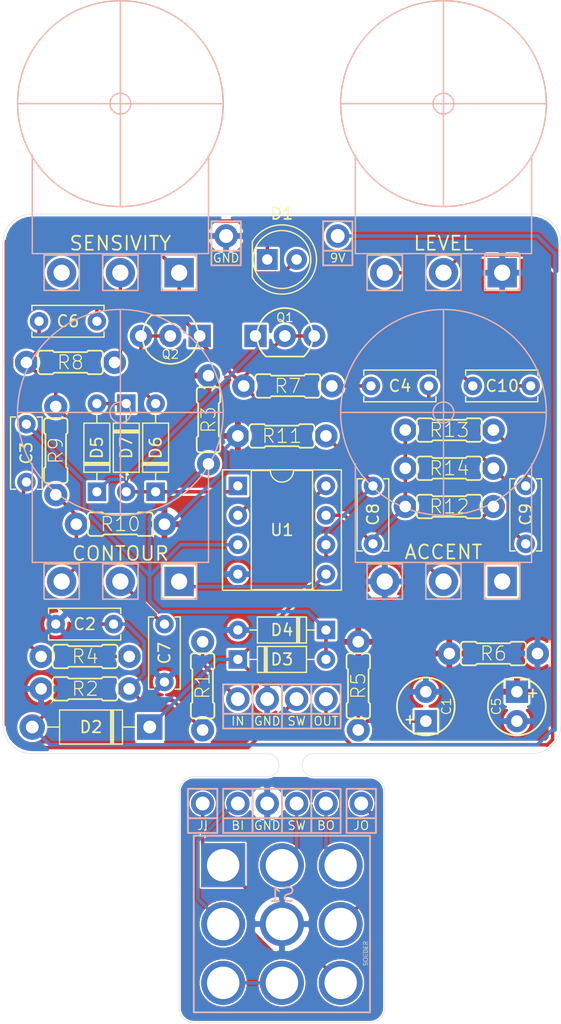
<source format=kicad_pcb>
(kicad_pcb (version 20171130) (host pcbnew "(5.1.6-0-10_14)")
  (layers (0 Front signal) (31 Back signal) (34 B.Paste user) (35 F.Paste user) (36 B.SilkS user) (37 F.SilkS user) (38 B.Mask user) (39 F.Mask user) (44 Edge.Cuts user))
  (net 0 "")
  (net 1 GND)
  (net 2 "Net-(ACCENT1-Pad2)")
  (net 3 "Net-(ACCENT1-Pad1)")
  (net 4 VCC)
  (net 5 "Net-(C2-Pad1)")
  (net 6 "Net-(C3-Pad1)")
  (net 7 "Net-(C4-Pad1)")
  (net 8 VREF)
  (net 9 "Net-(C6-Pad2)")
  (net 10 "Net-(C6-Pad1)")
  (net 11 "Net-(C7-Pad1)")
  (net 12 "Net-(C8-Pad2)")
  (net 13 "Net-(C8-Pad1)")
  (net 14 "Net-(C9-Pad2)")
  (net 15 "Net-(C10-Pad2)")
  (net 16 "Net-(C10-Pad1)")
  (net 17 "Net-(CONTOUR1-Pad3)")
  (net 18 "Net-(CONTOUR1-Pad1)")
  (net 19 "Net-(D1-Pad2)")
  (net 20 "Net-(D1-Pad1)")
  (net 21 "Net-(D5-Pad2)")
  (net 22 "Net-(D5-Pad1)")
  (net 23 "Net-(D6-Pad2)")
  (net 24 "Net-(H1-Pad1)")
  (net 25 "Net-(H5-Pad1)")
  (net 26 "Net-(R8-Pad2)")
  (net 27 "Net-(SENSIVITY1-Pad3)")
  (net 28 "Net-(D2-Pad2)")
  (net 29 "Net-(H7-Pad1)")
  (net 30 GND2)
  (net 31 "Net-(H9-Pad1)")
  (net 32 "Net-(H10-Pad1)")
  (net 33 "Net-(H11-Pad1)")
  (net 34 "Net-(H12-Pad1)")
  (net 35 "Net-(S1-PadP$3)")
  (module SparkFun-Electromechanical:3PDT.LUGS.SPF (layer Front) (at 95.25 140.716)
    (fp_text reference S1 (at 0 -2.54) (layer B.SilkS) (effects (font (size 1.2065 1.2065) (thickness 0.1524)) (justify mirror)))
    (fp_text value SWITCH-3PDT hide)
    (fp_text user SOLDER (at 7.239 2.54 90) (layer F.SilkS) (effects (font (size 0.38608 0.38608) (thickness 0.032512))))
    (fp_text user SWITCH (at 7.239 2.54 270) (layer B.SilkS) (effects (font (size 0.38608 0.38608) (thickness 0.032512)) (justify mirror)))
    (pad P$1 thru_hole rect (at -5.08 -5.08 180) (size 3.816 3.816) (drill 2.8) (layers *.Cu *.Mask) (net 32 "Net-(H10-Pad1)"))
    (pad P$2 thru_hole oval (at -5.08 0 180) (size 3.816 3.816) (drill 2.8) (layers *.Cu *.Mask) (net 29 "Net-(H7-Pad1)"))
    (pad P$3 thru_hole oval (at -5.08 5.08 180) (size 3.816 3.816) (drill 2.8) (layers *.Cu *.Mask) (net 35 "Net-(S1-PadP$3)"))
    (pad P$4 thru_hole oval (at 0 -5.08 180) (size 3.816 3.816) (drill 2.8) (layers *.Cu *.Mask) (net 33 "Net-(H11-Pad1)"))
    (pad P$5 thru_hole oval (at 0 0 180) (size 3.816 3.816) (drill 2.8) (layers *.Cu *.Mask) (net 30 GND2))
    (pad P$6 thru_hole oval (at 0 5.08 180) (size 3.816 3.816) (drill 2.8) (layers *.Cu *.Mask) (net 35 "Net-(S1-PadP$3)"))
    (pad P$7 thru_hole oval (at 5.08 -5.08 180) (size 3.816 3.816) (drill 2.8) (layers *.Cu *.Mask) (net 34 "Net-(H12-Pad1)"))
    (pad P$8 thru_hole oval (at 5.08 0 180) (size 3.816 3.816) (drill 2.8) (layers *.Cu *.Mask) (net 31 "Net-(H9-Pad1)"))
    (pad P$9 thru_hole oval (at 5.08 5.08 180) (size 3.816 3.816) (drill 2.8) (layers *.Cu *.Mask) (net 32 "Net-(H10-Pad1)"))
  )
  (module supply_pins:PAD1 (layer Front) (at 99.06 130.302)
    (fp_text reference H12 hide)
    (fp_text value BO (at 0 1.905) (layer F.SilkS) (effects (font (size 0.75 0.75) (thickness 0.1))))
    (pad 1 thru_hole oval (at 0 0) (size 2.032 2.032) (drill 1.2) (layers *.Cu *.Mask) (net 34 "Net-(H12-Pad1)"))
  )
  (module supply_pins:PAD1 (layer Front) (at 96.52 130.302)
    (fp_text reference H11 hide)
    (fp_text value SW (at 0 1.905) (layer F.SilkS) (effects (font (size 0.75 0.75) (thickness 0.1))))
    (pad 1 thru_hole oval (at 0 0) (size 2.032 2.032) (drill 1.2) (layers *.Cu *.Mask) (net 33 "Net-(H11-Pad1)"))
  )
  (module supply_pins:PAD1 (layer Front) (at 88.392 130.302)
    (fp_text reference H10 hide)
    (fp_text value JI (at 0 1.905) (layer F.SilkS) (effects (font (size 0.75 0.75) (thickness 0.1))))
    (pad 1 thru_hole oval (at 0 0) (size 2.032 2.032) (drill 1.2) (layers *.Cu *.Mask) (net 32 "Net-(H10-Pad1)"))
  )
  (module supply_pins:PAD1 (layer Front) (at 102.108 130.302)
    (fp_text reference H9 hide)
    (fp_text value JO (at 0 1.905) (layer F.SilkS) (effects (font (size 0.75 0.75) (thickness 0.1))))
    (pad 1 thru_hole oval (at 0 0) (size 2.032 2.032) (drill 1.2) (layers *.Cu *.Mask) (net 31 "Net-(H9-Pad1)"))
  )
  (module supply_pins:PAD1 (layer Front) (at 93.98 130.302)
    (fp_text reference H8 hide)
    (fp_text value GND (at 0 1.905) (layer F.SilkS) (effects (font (size 0.75 0.75) (thickness 0.1))))
    (pad 1 thru_hole oval (at 0 0) (size 2.032 2.032) (drill 1.2) (layers *.Cu *.Mask) (net 30 GND2))
  )
  (module supply_pins:PAD1 (layer Front) (at 91.44 130.302)
    (fp_text reference H7 hide)
    (fp_text value BI (at 0 1.905) (layer F.SilkS) (effects (font (size 0.75 0.75) (thickness 0.1))))
    (pad 1 thru_hole oval (at 0 0) (size 2.032 2.032) (drill 1.2) (layers *.Cu *.Mask) (net 29 "Net-(H7-Pad1)"))
  )
  (module transistors-FET:TO92 (layer Front) (at 85.598 89.916 180)
    (fp_text reference Q2 (at 0 -1.5875) (layer F.SilkS) (effects (font (size 0.75 0.75) (thickness 0.1))))
    (fp_text value 2N7000 hide)
    (pad 1 thru_hole rect (at -2.54 0 180) (size 1.9304 1.9304) (drill 1) (layers *.Cu *.Mask) (net 9 "Net-(C6-Pad2)"))
    (pad 2 thru_hole oval (at 0 0 180) (size 1.9304 1.9304) (drill 1) (layers *.Cu *.Mask) (net 23 "Net-(D6-Pad2)"))
    (pad 3 thru_hole oval (at 2.54 0 180) (size 1.9304 1.9304) (drill 1) (layers *.Cu *.Mask) (net 23 "Net-(D6-Pad2)"))
  )
  (module transistors-FET:TO92 (layer Front) (at 95.504 89.916)
    (fp_text reference Q1 (at 0 -1.5875) (layer F.SilkS) (effects (font (size 0.75 0.75) (thickness 0.1))))
    (fp_text value 2N7000 hide)
    (pad 1 thru_hole rect (at -2.54 0) (size 1.9304 1.9304) (drill 1) (layers *.Cu *.Mask) (net 22 "Net-(D5-Pad1)"))
    (pad 2 thru_hole oval (at 0 0) (size 1.9304 1.9304) (drill 1) (layers *.Cu *.Mask) (net 9 "Net-(C6-Pad2)"))
    (pad 3 thru_hole oval (at 2.54 0) (size 1.9304 1.9304) (drill 1) (layers *.Cu *.Mask) (net 9 "Net-(C6-Pad2)"))
  )
  (module potentiometers:16MM_B.MOUNT (layer Front) (at 109.22 111.125)
    (fp_text reference ACCENT (at 0 -2.54) (layer F.SilkS) (effects (font (size 1.2065 1.2065) (thickness 0.1524))))
    (fp_text value B10K hide)
    (pad 3 thru_hole oval (at -5.08 0 180) (size 2.54 2.54) (drill 1.4) (layers *.Cu *.Mask) (net 1 GND))
    (pad 2 thru_hole oval (at 0 0 180) (size 2.54 2.54) (drill 1.4) (layers *.Cu *.Mask) (net 2 "Net-(ACCENT1-Pad2)"))
    (pad 1 thru_hole rect (at 5.08 0 180) (size 2.54 2.54) (drill 1.4) (layers *.Cu *.Mask) (net 3 "Net-(ACCENT1-Pad1)"))
  )
  (module potentiometers:16MM_B.MOUNT (layer Front) (at 81.28 84.455)
    (fp_text reference SENSIVITY (at 0 -2.54) (layer F.SilkS) (effects (font (size 1.2065 1.2065) (thickness 0.1524))))
    (fp_text value A1M hide)
    (pad 3 thru_hole oval (at -5.08 0 180) (size 2.54 2.54) (drill 1.4) (layers *.Cu *.Mask) (net 27 "Net-(SENSIVITY1-Pad3)"))
    (pad 2 thru_hole oval (at 0 0 180) (size 2.54 2.54) (drill 1.4) (layers *.Cu *.Mask) (net 26 "Net-(R8-Pad2)"))
    (pad 1 thru_hole rect (at 5.08 0 180) (size 2.54 2.54) (drill 1.4) (layers *.Cu *.Mask) (net 9 "Net-(C6-Pad2)"))
  )
  (module Package_DIP:DIP-8_W7.62mm_Socket (layer Front) (at 91.44 102.87)
    (fp_text reference U1 (at 3.81 3.81) (layer F.SilkS))
    (fp_text value TLC2272 hide)
    (pad 8 thru_hole oval (at 7.62 0) (size 1.6 1.6) (drill 0.8) (layers *.Cu *.Mask) (net 4 VCC))
    (pad 4 thru_hole oval (at 0 7.62) (size 1.6 1.6) (drill 0.8) (layers *.Cu *.Mask) (net 1 GND))
    (pad 7 thru_hole oval (at 7.62 2.54) (size 1.6 1.6) (drill 0.8) (layers *.Cu *.Mask) (net 13 "Net-(C8-Pad1)"))
    (pad 3 thru_hole oval (at 0 5.08) (size 1.6 1.6) (drill 0.8) (layers *.Cu *.Mask) (net 6 "Net-(C3-Pad1)"))
    (pad 6 thru_hole oval (at 7.62 5.08) (size 1.6 1.6) (drill 0.8) (layers *.Cu *.Mask) (net 12 "Net-(C8-Pad2)"))
    (pad 2 thru_hole oval (at 0 2.54) (size 1.6 1.6) (drill 0.8) (layers *.Cu *.Mask) (net 9 "Net-(C6-Pad2)"))
    (pad 5 thru_hole oval (at 7.62 7.62) (size 1.6 1.6) (drill 0.8) (layers *.Cu *.Mask) (net 18 "Net-(CONTOUR1-Pad1)"))
    (pad 1 thru_hole rect (at 0 0) (size 1.6 1.6) (drill 0.8) (layers *.Cu *.Mask) (net 10 "Net-(C6-Pad1)"))
  )
  (module resistors:0.3%22.B (layer Front) (at 109.728 101.346 180)
    (fp_text reference R14 (at 0 0) (layer F.SilkS) (effects (font (size 1.2065 1.2065) (thickness 0.1016))))
    (fp_text value 1k hide)
    (pad 2 thru_hole oval (at 3.81 0 180) (size 2 2) (drill 1) (layers *.Cu *.Mask) (net 13 "Net-(C8-Pad1)"))
    (pad 1 thru_hole oval (at -3.81 0 180) (size 2 2) (drill 1) (layers *.Cu *.Mask) (net 15 "Net-(C10-Pad2)"))
  )
  (module resistors:0.3%22.B (layer Front) (at 109.728 98.044 180)
    (fp_text reference R13 (at 0 0) (layer F.SilkS) (effects (font (size 1.2065 1.2065) (thickness 0.1016))))
    (fp_text value 56k hide)
    (pad 2 thru_hole oval (at 3.81 0 180) (size 2 2) (drill 1) (layers *.Cu *.Mask) (net 13 "Net-(C8-Pad1)"))
    (pad 1 thru_hole oval (at -3.81 0 180) (size 2 2) (drill 1) (layers *.Cu *.Mask) (net 14 "Net-(C9-Pad2)"))
  )
  (module resistors:0.3%22.B (layer Front) (at 109.728 104.648)
    (fp_text reference R12 (at 0 0) (layer F.SilkS) (effects (font (size 1.2065 1.2065) (thickness 0.1016))))
    (fp_text value 10k hide)
    (pad 2 thru_hole oval (at 3.81 0) (size 2 2) (drill 1) (layers *.Cu *.Mask) (net 12 "Net-(C8-Pad2)"))
    (pad 1 thru_hole oval (at -3.81 0) (size 2 2) (drill 1) (layers *.Cu *.Mask) (net 13 "Net-(C8-Pad1)"))
  )
  (module resistors:0.3%22.B (layer Front) (at 95.25 98.552 180)
    (fp_text reference R11 (at 0 0) (layer F.SilkS) (effects (font (size 1.2065 1.2065) (thickness 0.1016))))
    (fp_text value 18k hide)
    (pad 2 thru_hole oval (at 3.81 0 180) (size 2 2) (drill 1) (layers *.Cu *.Mask) (net 8 VREF))
    (pad 1 thru_hole oval (at -3.81 0 180) (size 2 2) (drill 1) (layers *.Cu *.Mask) (net 12 "Net-(C8-Pad2)"))
  )
  (module resistors:0.3%22.B (layer Front) (at 81.28 106.172 180)
    (fp_text reference R10 (at 0 0) (layer F.SilkS) (effects (font (size 1.2065 1.2065) (thickness 0.1016))))
    (fp_text value 22k hide)
    (pad 2 thru_hole oval (at 3.81 0 180) (size 2 2) (drill 1) (layers *.Cu *.Mask) (net 17 "Net-(CONTOUR1-Pad3)"))
    (pad 1 thru_hole oval (at -3.81 0 180) (size 2 2) (drill 1) (layers *.Cu *.Mask) (net 8 VREF))
  )
  (module resistors:0.3%22.B (layer Front) (at 75.692 99.822 90)
    (fp_text reference R9 (at 0 0 90) (layer F.SilkS) (effects (font (size 1.2065 1.2065) (thickness 0.1016))))
    (fp_text value 8k2 hide)
    (pad 2 thru_hole oval (at 3.81 0 90) (size 2 2) (drill 1) (layers *.Cu *.Mask) (net 10 "Net-(C6-Pad1)"))
    (pad 1 thru_hole oval (at -3.81 0 90) (size 2 2) (drill 1) (layers *.Cu *.Mask) (net 17 "Net-(CONTOUR1-Pad3)"))
  )
  (module resistors:0.3%22.B (layer Front) (at 76.962 92.202)
    (fp_text reference R8 (at 0 0) (layer F.SilkS) (effects (font (size 1.2065 1.2065) (thickness 0.1016))))
    (fp_text value 820R hide)
    (pad 2 thru_hole oval (at 3.81 0) (size 2 2) (drill 1) (layers *.Cu *.Mask) (net 26 "Net-(R8-Pad2)"))
    (pad 1 thru_hole oval (at -3.81 0) (size 2 2) (drill 1) (layers *.Cu *.Mask) (net 10 "Net-(C6-Pad1)"))
  )
  (module resistors:0.3%22.B (layer Front) (at 95.758 94.234)
    (fp_text reference R7 (at 0 0) (layer F.SilkS) (effects (font (size 1.2065 1.2065) (thickness 0.1016))))
    (fp_text value 820R hide)
    (pad 2 thru_hole oval (at 3.81 0) (size 2 2) (drill 1) (layers *.Cu *.Mask) (net 7 "Net-(C4-Pad1)"))
    (pad 1 thru_hole oval (at -3.81 0) (size 2 2) (drill 1) (layers *.Cu *.Mask) (net 9 "Net-(C6-Pad2)"))
  )
  (module resistors:0.3%22.B (layer Front) (at 113.538 117.348)
    (fp_text reference R6 (at 0 0) (layer F.SilkS) (effects (font (size 1.2065 1.2065) (thickness 0.1016))))
    (fp_text value 10k hide)
    (pad 2 thru_hole oval (at 3.81 0) (size 2 2) (drill 1) (layers *.Cu *.Mask) (net 1 GND))
    (pad 1 thru_hole oval (at -3.81 0) (size 2 2) (drill 1) (layers *.Cu *.Mask) (net 8 VREF))
  )
  (module resistors:0.3%22.B (layer Front) (at 101.854 120.142 90)
    (fp_text reference R5 (at 0 0 90) (layer F.SilkS) (effects (font (size 1.2065 1.2065) (thickness 0.1016))))
    (fp_text value 10k hide)
    (pad 2 thru_hole oval (at 3.81 0 90) (size 2 2) (drill 1) (layers *.Cu *.Mask) (net 8 VREF))
    (pad 1 thru_hole oval (at -3.81 0 90) (size 2 2) (drill 1) (layers *.Cu *.Mask) (net 4 VCC))
  )
  (module resistors:0.3%22.B (layer Front) (at 78.232 117.602 180)
    (fp_text reference R4 (at 0 0 180) (layer F.SilkS) (effects (font (size 1.2065 1.2065) (thickness 0.1016))))
    (fp_text value 4k7 hide)
    (pad 2 thru_hole oval (at 3.81 0 180) (size 2 2) (drill 1) (layers *.Cu *.Mask) (net 19 "Net-(D1-Pad2)"))
    (pad 1 thru_hole oval (at -3.81 0 180) (size 2 2) (drill 1) (layers *.Cu *.Mask) (net 28 "Net-(D2-Pad2)"))
  )
  (module resistors:0.3%22.B (layer Front) (at 88.9 97.155 270)
    (fp_text reference R3 (at 0 0 90) (layer F.SilkS) (effects (font (size 1.2065 1.2065) (thickness 0.1016))))
    (fp_text value 470k hide)
    (pad 2 thru_hole oval (at 3.81 0 270) (size 2 2) (drill 1) (layers *.Cu *.Mask) (net 6 "Net-(C3-Pad1)"))
    (pad 1 thru_hole oval (at -3.81 0 270) (size 2 2) (drill 1) (layers *.Cu *.Mask) (net 8 VREF))
  )
  (module resistors:0.3%22.B (layer Front) (at 78.232 120.396 180)
    (fp_text reference R2 (at 0 0) (layer F.SilkS) (effects (font (size 1.2065 1.2065) (thickness 0.1016))))
    (fp_text value 2M2 hide)
    (pad 2 thru_hole oval (at 3.81 0 180) (size 2 2) (drill 1) (layers *.Cu *.Mask) (net 1 GND))
    (pad 1 thru_hole oval (at -3.81 0 180) (size 2 2) (drill 1) (layers *.Cu *.Mask) (net 5 "Net-(C2-Pad1)"))
  )
  (module resistors:0.3%22.B (layer Front) (at 88.392 120.142 90)
    (fp_text reference R1 (at 0 0 90) (layer F.SilkS) (effects (font (size 1.2065 1.2065) (thickness 0.1016))))
    (fp_text value 33k hide)
    (pad 2 thru_hole oval (at 3.81 0 90) (size 2 2) (drill 1) (layers *.Cu *.Mask) (net 24 "Net-(H1-Pad1)"))
    (pad 1 thru_hole oval (at -3.81 0 90) (size 2 2) (drill 1) (layers *.Cu *.Mask) (net 5 "Net-(C2-Pad1)"))
  )
  (module potentiometers:16MM_B.MOUNT (layer Front) (at 109.22 84.455)
    (fp_text reference LEVEL (at 0 -2.54) (layer F.SilkS) (effects (font (size 1.2065 1.2065) (thickness 0.1524))))
    (fp_text value A100K hide)
    (pad 3 thru_hole oval (at -5.08 0 180) (size 2.54 2.54) (drill 1.4) (layers *.Cu *.Mask) (net 16 "Net-(C10-Pad1)"))
    (pad 2 thru_hole oval (at 0 0 180) (size 2.54 2.54) (drill 1.4) (layers *.Cu *.Mask) (net 25 "Net-(H5-Pad1)"))
    (pad 1 thru_hole rect (at 5.08 0 180) (size 2.54 2.54) (drill 1.4) (layers *.Cu *.Mask) (net 1 GND))
  )
  (module supply_pins:PAD1 (layer Front) (at 93.98 121.285)
    (fp_text reference H6 hide)
    (fp_text value GND (at 0 1.905) (layer F.SilkS) (effects (font (size 0.75 0.75) (thickness 0.1))))
    (pad 1 thru_hole oval (at 0 0) (size 2.032 2.032) (drill 1.2) (layers *.Cu *.Mask) (net 1 GND))
  )
  (module supply_pins:PAD1 (layer Front) (at 99.06 121.285)
    (fp_text reference H5 hide)
    (fp_text value OUT (at 0 1.905) (layer F.SilkS) (effects (font (size 0.75 0.75) (thickness 0.1))))
    (pad 1 thru_hole oval (at 0 0) (size 2.032 2.032) (drill 1.2) (layers *.Cu *.Mask) (net 25 "Net-(H5-Pad1)"))
  )
  (module supply_pins:PAD1 (layer Front) (at 96.52 121.285)
    (fp_text reference H4 hide)
    (fp_text value SW (at 0 1.905) (layer F.SilkS) (effects (font (size 0.75 0.75) (thickness 0.1))))
    (pad 1 thru_hole oval (at 0 0) (size 2.032 2.032) (drill 1.2) (layers *.Cu *.Mask) (net 20 "Net-(D1-Pad1)"))
  )
  (module supply_pins:PAD1 (layer Front) (at 90.424 81.28)
    (fp_text reference H3 hide)
    (fp_text value GND (at 0 1.905) (layer F.SilkS) (effects (font (size 0.75 0.75) (thickness 0.1))))
    (pad 1 thru_hole oval (at 0 0) (size 2.032 2.032) (drill 1.2) (layers *.Cu *.Mask) (net 1 GND))
  )
  (module supply_pins:PAD1 (layer Front) (at 100.076 81.28)
    (fp_text reference H2 hide)
    (fp_text value 9V (at 0 1.905) (layer F.SilkS) (effects (font (size 0.75 0.75) (thickness 0.1))))
    (pad 1 thru_hole oval (at 0 0) (size 2.032 2.032) (drill 1.2) (layers *.Cu *.Mask) (net 28 "Net-(D2-Pad2)"))
  )
  (module supply_pins:PAD1 (layer Front) (at 91.44 121.285)
    (fp_text reference H1 hide)
    (fp_text value IN (at 0 1.905) (layer F.SilkS) (effects (font (size 0.75 0.75) (thickness 0.1))))
    (pad 1 thru_hole oval (at 0 0) (size 2.032 2.032) (drill 1.2) (layers *.Cu *.Mask) (net 24 "Net-(H1-Pad1)"))
  )
  (module Diode_THT:D_DO-35_SOD27_P7.62mm_Horizontal (layer Front) (at 81.788 95.758 270)
    (fp_text reference D7 (at 3.81 0 90) (layer F.SilkS))
    (fp_text value BAT41 hide)
    (pad 2 thru_hole oval (at 7.62 0 270) (size 1.6 1.6) (drill 0.8) (layers *.Cu *.Mask) (net 10 "Net-(C6-Pad1)"))
    (pad 1 thru_hole rect (at 0 0 270) (size 1.6 1.6) (drill 0.8) (layers *.Cu *.Mask) (net 21 "Net-(D5-Pad2)"))
  )
  (module Diode_THT:D_DO-35_SOD27_P7.62mm_Horizontal (layer Front) (at 84.328 103.378 90)
    (fp_text reference D6 (at 3.81 0 90) (layer F.SilkS))
    (fp_text value BAT41 hide)
    (pad 2 thru_hole oval (at 7.62 0 90) (size 1.6 1.6) (drill 0.8) (layers *.Cu *.Mask) (net 23 "Net-(D6-Pad2)"))
    (pad 1 thru_hole rect (at 0 0 90) (size 1.6 1.6) (drill 0.8) (layers *.Cu *.Mask) (net 10 "Net-(C6-Pad1)"))
  )
  (module Diode_THT:D_DO-35_SOD27_P7.62mm_Horizontal (layer Front) (at 79.248 103.378 90)
    (fp_text reference D5 (at 3.81 0 90) (layer F.SilkS))
    (fp_text value BAT41 hide)
    (pad 2 thru_hole oval (at 7.62 0 90) (size 1.6 1.6) (drill 0.8) (layers *.Cu *.Mask) (net 21 "Net-(D5-Pad2)"))
    (pad 1 thru_hole rect (at 0 0 90) (size 1.6 1.6) (drill 0.8) (layers *.Cu *.Mask) (net 22 "Net-(D5-Pad1)"))
  )
  (module Diode_THT:D_DO-35_SOD27_P7.62mm_Horizontal (layer Front) (at 99.06 115.316 180)
    (fp_text reference D4 (at 3.81 0) (layer F.SilkS))
    (fp_text value BAT41 hide)
    (pad 2 thru_hole oval (at 7.62 0 180) (size 1.6 1.6) (drill 0.8) (layers *.Cu *.Mask) (net 1 GND))
    (pad 1 thru_hole rect (at 0 0 180) (size 1.6 1.6) (drill 0.8) (layers *.Cu *.Mask) (net 6 "Net-(C3-Pad1)"))
  )
  (module Diode_THT:D_DO-35_SOD27_P7.62mm_Horizontal (layer Front) (at 91.44 117.856)
    (fp_text reference D3 (at 3.81 0) (layer F.SilkS))
    (fp_text value BAT41 hide)
    (pad 2 thru_hole oval (at 7.62 0) (size 1.6 1.6) (drill 0.8) (layers *.Cu *.Mask) (net 6 "Net-(C3-Pad1)"))
    (pad 1 thru_hole rect (at 0 0) (size 1.6 1.6) (drill 0.8) (layers *.Cu *.Mask) (net 4 VCC))
  )
  (module Diode_THT:D_DO-41_SOD81_P10.16mm_Horizontal (layer Front) (at 83.82 123.698 180)
    (fp_text reference D2 (at 5.08 0) (layer F.SilkS))
    (fp_text value 1N4007 hide)
    (pad 2 thru_hole oval (at 10.16 0 180) (size 2.2 2.2) (drill 1.1) (layers *.Cu *.Mask) (net 28 "Net-(D2-Pad2)"))
    (pad 1 thru_hole rect (at 0 0 180) (size 2.2 2.2) (drill 1.1) (layers *.Cu *.Mask) (net 4 VCC))
  )
  (module LED_THT:LED_D5.0mm (layer Front) (at 93.98 83.312)
    (fp_text reference D1 (at 1.27 -3.96) (layer F.SilkS))
    (fp_text value LED hide)
    (pad 2 thru_hole circle (at 2.54 0) (size 1.8 1.8) (drill 0.9) (layers *.Cu *.Mask) (net 19 "Net-(D1-Pad2)"))
    (pad 1 thru_hole rect (at 0 0) (size 1.8 1.8) (drill 0.9) (layers *.Cu *.Mask) (net 20 "Net-(D1-Pad1)"))
  )
  (module potentiometers:16MM_B.MOUNT (layer Front) (at 81.28 111.125)
    (fp_text reference CONTOUR (at 0 -2.413 180) (layer F.SilkS) (effects (font (size 1.2065 1.2065) (thickness 0.1524))))
    (fp_text value B50K hide)
    (pad 3 thru_hole oval (at -5.08 0 180) (size 2.54 2.54) (drill 1.4) (layers *.Cu *.Mask) (net 17 "Net-(CONTOUR1-Pad3)"))
    (pad 2 thru_hole oval (at 0 0 180) (size 2.54 2.54) (drill 1.4) (layers *.Cu *.Mask) (net 11 "Net-(C7-Pad1)"))
    (pad 1 thru_hole rect (at 5.08 0 180) (size 2.54 2.54) (drill 1.4) (layers *.Cu *.Mask) (net 18 "Net-(CONTOUR1-Pad1)"))
  )
  (module Capacitor_THT:C_Disc_D6.0mm_W2.5mm_P5.00mm (layer Front) (at 111.76 94.234)
    (fp_text reference C10 (at 2.54 0) (layer F.SilkS))
    (fp_text value 100n hide)
    (pad 2 thru_hole circle (at 5 0) (size 1.6 1.6) (drill 0.8) (layers *.Cu *.Mask) (net 15 "Net-(C10-Pad2)"))
    (pad 1 thru_hole circle (at 0 0) (size 1.6 1.6) (drill 0.8) (layers *.Cu *.Mask) (net 16 "Net-(C10-Pad1)"))
  )
  (module Capacitor_THT:C_Disc_D6.0mm_W2.5mm_P5.00mm (layer Front) (at 116.332 107.87 90)
    (fp_text reference C9 (at 2.54 0 90) (layer F.SilkS))
    (fp_text value 1n hide)
    (pad 2 thru_hole circle (at 5 0 90) (size 1.6 1.6) (drill 0.8) (layers *.Cu *.Mask) (net 14 "Net-(C9-Pad2)"))
    (pad 1 thru_hole circle (at 0 0 90) (size 1.6 1.6) (drill 0.8) (layers *.Cu *.Mask) (net 15 "Net-(C10-Pad2)"))
  )
  (module Capacitor_THT:C_Disc_D6.0mm_W2.5mm_P5.00mm (layer Front) (at 103.124 107.87 90)
    (fp_text reference C8 (at 2.54 0 90) (layer F.SilkS))
    (fp_text value 100n hide)
    (pad 2 thru_hole circle (at 5 0 90) (size 1.6 1.6) (drill 0.8) (layers *.Cu *.Mask) (net 12 "Net-(C8-Pad2)"))
    (pad 1 thru_hole circle (at 0 0 90) (size 1.6 1.6) (drill 0.8) (layers *.Cu *.Mask) (net 13 "Net-(C8-Pad1)"))
  )
  (module Capacitor_THT:C_Disc_D6.0mm_W2.5mm_P5.00mm (layer Front) (at 85.09 114.808 270)
    (fp_text reference C7 (at 2.5 0 90) (layer F.SilkS))
    (fp_text value 2n2 hide)
    (pad 2 thru_hole circle (at 5 0 270) (size 1.6 1.6) (drill 0.8) (layers *.Cu *.Mask) (net 1 GND))
    (pad 1 thru_hole circle (at 0 0 270) (size 1.6 1.6) (drill 0.8) (layers *.Cu *.Mask) (net 11 "Net-(C7-Pad1)"))
  )
  (module Capacitor_THT:C_Disc_D6.0mm_W2.5mm_P5.00mm (layer Front) (at 74.248 88.646)
    (fp_text reference C6 (at 2.5 0) (layer F.SilkS))
    (fp_text value 47p hide)
    (pad 2 thru_hole circle (at 5 0) (size 1.6 1.6) (drill 0.8) (layers *.Cu *.Mask) (net 9 "Net-(C6-Pad2)"))
    (pad 1 thru_hole circle (at 0 0) (size 1.6 1.6) (drill 0.8) (layers *.Cu *.Mask) (net 10 "Net-(C6-Pad1)"))
  )
  (module caps-elec:0502 (layer Front) (at 115.57 121.92 270)
    (fp_text reference C5 (at 0 1.778 90) (layer F.SilkS) (effects (font (size 0.77216 0.77216) (thickness 0.097536))))
    (fp_text value 220u hide)
    (pad 2 thru_hole oval (at 1.27 0 270) (size 1.9304 1.9304) (drill 1) (layers *.Cu *.Mask) (net 1 GND))
    (pad 1 thru_hole rect (at -1.27 0 270) (size 1.9304 1.9304) (drill 1) (layers *.Cu *.Mask) (net 8 VREF))
  )
  (module Capacitor_THT:C_Disc_D6.0mm_W2.5mm_P5.00mm (layer Front) (at 102.95 94.234)
    (fp_text reference C4 (at 2.5 0) (layer F.SilkS))
    (fp_text value 270n hide)
    (pad 2 thru_hole circle (at 5 0) (size 1.6 1.6) (drill 0.8) (layers *.Cu *.Mask) (net 2 "Net-(ACCENT1-Pad2)"))
    (pad 1 thru_hole circle (at 0 0) (size 1.6 1.6) (drill 0.8) (layers *.Cu *.Mask) (net 7 "Net-(C4-Pad1)"))
  )
  (module Capacitor_THT:C_Disc_D6.0mm_W2.5mm_P5.00mm (layer Front) (at 73.152 97.536 270)
    (fp_text reference C3 (at 2.5 0 90) (layer F.SilkS))
    (fp_text value 8n2 hide)
    (pad 2 thru_hole circle (at 5 0 270) (size 1.6 1.6) (drill 0.8) (layers *.Cu *.Mask) (net 5 "Net-(C2-Pad1)"))
    (pad 1 thru_hole circle (at 0 0 270) (size 1.6 1.6) (drill 0.8) (layers *.Cu *.Mask) (net 6 "Net-(C3-Pad1)"))
  )
  (module Capacitor_THT:C_Disc_D6.0mm_W2.5mm_P5.00mm (layer Front) (at 80.692 114.808 180)
    (fp_text reference C2 (at 2.5 0) (layer F.SilkS))
    (fp_text value 47p hide)
    (pad 2 thru_hole circle (at 5 0 180) (size 1.6 1.6) (drill 0.8) (layers *.Cu *.Mask) (net 1 GND))
    (pad 1 thru_hole circle (at 0 0 180) (size 1.6 1.6) (drill 0.8) (layers *.Cu *.Mask) (net 5 "Net-(C2-Pad1)"))
  )
  (module caps-elec:0502 (layer Front) (at 107.696 121.92 90)
    (fp_text reference C1 (at 0 1.778 90) (layer F.SilkS) (effects (font (size 0.77216 0.77216) (thickness 0.097536))))
    (fp_text value 220u hide)
    (pad 2 thru_hole oval (at 1.27 0 90) (size 1.9304 1.9304) (drill 1) (layers *.Cu *.Mask) (net 1 GND))
    (pad 1 thru_hole rect (at -1.27 0 90) (size 1.9304 1.9304) (drill 1) (layers *.Cu *.Mask) (net 4 VCC))
  )
  (gr_arc (start 94 127) (end 94 128) (angle -180) (layer Edge.Cuts) (width 0.0381))
  (gr_arc (start 98 127) (end 98 126) (angle -180) (layer Edge.Cuts) (width 0.0381))
  (gr_line (start 98 126) (end 116.84 126) (layer Edge.Cuts) (width 0.0381))
  (gr_line (start 102.87 128) (end 98 128) (layer Edge.Cuts) (width 0.0381))
  (gr_line (start 104.14 147.955) (end 104.14 129.27) (layer Edge.Cuts) (width 0.0381))
  (gr_line (start 87.63 149.225) (end 102.87 149.225) (layer Edge.Cuts) (width 0.0381))
  (gr_line (start 86.36 129.27) (end 86.36 147.955) (layer Edge.Cuts) (width 0.0381))
  (gr_line (start 92.71 126.365) (end 92.71 126.365) (layer Edge.Cuts) (width 0.0381))
  (gr_line (start 87.63 128) (end 94 128) (layer Edge.Cuts) (width 0.0381))
  (gr_line (start 73.66 126) (end 94 126) (layer Edge.Cuts) (width 0.0381))
  (gr_arc (start 87.63 147.955) (end 86.36 147.955) (angle -90) (layer Edge.Cuts) (width 0.0381))
  (gr_arc (start 102.87 147.955) (end 102.87 149.225) (angle -90) (layer Edge.Cuts) (width 0.0381))
  (gr_arc (start 87.63 129.27) (end 87.63 128) (angle -90) (layer Edge.Cuts) (width 0.0381))
  (gr_arc (start 102.87 129.27) (end 104.14 129.27) (angle -90) (layer Edge.Cuts) (width 0.0381))
  (gr_line (start 71.12 81.915) (end 71.12 123.46) (layer Edge.Cuts) (width 0.0381))
  (gr_line (start 119.38 81.915) (end 119.38 123.46) (layer Edge.Cuts) (width 0.0381))
  (gr_line (start 73.66 79.375) (end 116.84 79.375) (layer Edge.Cuts) (width 0.0381))
  (gr_arc (start 116.84 123.46) (end 116.84 126) (angle -90) (layer Edge.Cuts) (width 0.0381))
  (gr_arc (start 73.66 123.46) (end 71.12 123.46) (angle -90) (layer Edge.Cuts) (width 0.0381))
  (gr_arc (start 116.84 81.915) (end 119.38 81.915) (angle -90) (layer Edge.Cuts) (width 0.0381))
  (gr_arc (start 73.66 81.915) (end 73.66 79.375) (angle -90) (layer Edge.Cuts) (width 0.0381))
  (segment (start 107.950001 109.855001) (end 109.22 111.125) (width 0.3) (layer Front) (net 2))
  (segment (start 107.95 94.234) (end 107.950001 109.855001) (width 0.3) (layer Front) (net 2))
  (segment (start 102.616 123.19) (end 101.854 123.952) (width 0.3) (layer Front) (net 4))
  (segment (start 107.696 123.19) (end 102.616 123.19) (width 0.3) (layer Front) (net 4))
  (segment (start 97.982999 111.313001) (end 91.44 117.856) (width 0.3) (layer Front) (net 4))
  (segment (start 97.982999 103.947001) (end 97.982999 111.313001) (width 0.3) (layer Front) (net 4))
  (segment (start 99.06 102.87) (end 97.982999 103.947001) (width 0.3) (layer Front) (net 4))
  (segment (start 89.662 117.856) (end 83.82 123.698) (width 0.3) (layer Back) (net 4))
  (segment (start 91.44 117.856) (end 89.662 117.856) (width 0.3) (layer Back) (net 4))
  (segment (start 93.575999 119.991999) (end 91.44 117.856) (width 0.3) (layer Front) (net 4))
  (segment (start 101.854 122.165358) (end 99.680641 119.991999) (width 0.3) (layer Front) (net 4))
  (segment (start 99.680641 119.991999) (end 93.575999 119.991999) (width 0.3) (layer Front) (net 4))
  (segment (start 101.854 123.952) (end 101.854 122.165358) (width 0.3) (layer Front) (net 4))
  (segment (start 83.041999 121.395999) (end 82.042 120.396) (width 0.3) (layer Front) (net 5))
  (segment (start 85.835999 121.395999) (end 83.041999 121.395999) (width 0.3) (layer Front) (net 5))
  (segment (start 88.392 123.952) (end 85.835999 121.395999) (width 0.3) (layer Front) (net 5))
  (segment (start 80.772 114.808) (end 80.764999 114.815001) (width 0.3) (layer Front) (net 5))
  (segment (start 81.82337 114.808) (end 80.692 114.808) (width 0.3) (layer Back) (net 5))
  (segment (start 83.319001 116.303631) (end 81.82337 114.808) (width 0.3) (layer Back) (net 5))
  (segment (start 83.319001 119.118999) (end 83.319001 116.303631) (width 0.3) (layer Back) (net 5))
  (segment (start 82.042 120.396) (end 83.319001 119.118999) (width 0.3) (layer Back) (net 5))
  (segment (start 77.593438 114.808) (end 80.692 114.808) (width 0.3) (layer Front) (net 5))
  (segment (start 72.898 110.112562) (end 77.593438 114.808) (width 0.3) (layer Front) (net 5))
  (segment (start 72.898 102.536) (end 72.898 110.112562) (width 0.3) (layer Front) (net 5))
  (segment (start 99.06 115.316) (end 99.06 117.856) (width 0.3) (layer Front) (net 6))
  (segment (start 97.474999 113.730999) (end 84.774999 113.730999) (width 0.3) (layer Back) (net 6))
  (segment (start 99.06 115.316) (end 97.474999 113.730999) (width 0.3) (layer Back) (net 6))
  (segment (start 84.774999 113.730999) (end 83.82 112.776) (width 0.3) (layer Back) (net 6))
  (segment (start 86.496398 107.95) (end 91.44 107.95) (width 0.3) (layer Back) (net 6))
  (segment (start 83.82 110.626398) (end 86.496398 107.95) (width 0.3) (layer Back) (net 6))
  (segment (start 83.82 112.776) (end 83.82 110.626398) (width 0.3) (layer Back) (net 6))
  (segment (start 78.170999 104.977397) (end 83.82 110.626398) (width 0.3) (layer Back) (net 6))
  (segment (start 78.170999 102.554999) (end 78.170999 104.977397) (width 0.3) (layer Back) (net 6))
  (segment (start 73.152 97.536) (end 78.170999 102.554999) (width 0.3) (layer Back) (net 6))
  (segment (start 83.812999 105.559039) (end 83.812999 110.619397) (width 0.3) (layer Back) (net 6))
  (segment (start 84.477039 104.894999) (end 83.812999 105.559039) (width 0.3) (layer Back) (net 6))
  (segment (start 84.970001 104.894999) (end 84.477039 104.894999) (width 0.3) (layer Back) (net 6))
  (segment (start 83.812999 110.619397) (end 83.82 110.626398) (width 0.3) (layer Back) (net 6))
  (segment (start 88.9 100.965) (end 84.970001 104.894999) (width 0.3) (layer Back) (net 6))
  (segment (start 99.568 94.234) (end 102.95 94.234) (width 0.3) (layer Front) (net 7))
  (segment (start 91.44 95.885) (end 88.9 93.345) (width 0.3) (layer Front) (net 8))
  (segment (start 91.44 98.552) (end 91.44 95.885) (width 0.3) (layer Front) (net 8))
  (segment (start 85.582962 106.172) (end 85.09 106.172) (width 0.3) (layer Back) (net 8))
  (segment (start 90.362999 99.629001) (end 90.362999 101.391963) (width 0.3) (layer Back) (net 8))
  (segment (start 90.362999 101.391963) (end 85.582962 106.172) (width 0.3) (layer Back) (net 8))
  (segment (start 91.44 98.552) (end 90.362999 99.629001) (width 0.3) (layer Back) (net 8))
  (segment (start 95.504 89.916) (end 98.044 89.916) (width 0.3) (layer Front) (net 9))
  (segment (start 92.947999 103.902001) (end 91.44 105.41) (width 0.3) (layer Front) (net 9))
  (segment (start 92.947999 95.233999) (end 92.947999 103.902001) (width 0.3) (layer Front) (net 9))
  (segment (start 91.948 94.234) (end 92.947999 95.233999) (width 0.3) (layer Front) (net 9))
  (segment (start 86.36 88.138) (end 88.138 89.916) (width 0.3) (layer Front) (net 9))
  (segment (start 86.36 84.455) (end 86.36 88.138) (width 0.3) (layer Front) (net 9))
  (segment (start 84.812999 82.907999) (end 86.36 84.455) (width 0.3) (layer Front) (net 9))
  (segment (start 80.537439 82.907999) (end 84.812999 82.907999) (width 0.3) (layer Front) (net 9))
  (segment (start 79.248 84.197438) (end 80.537439 82.907999) (width 0.3) (layer Front) (net 9))
  (segment (start 79.248 88.646) (end 79.248 84.197438) (width 0.3) (layer Front) (net 9))
  (segment (start 88.138 90.424) (end 91.948 94.234) (width 0.3) (layer Front) (net 9))
  (segment (start 88.138 89.916) (end 88.138 90.424) (width 0.3) (layer Front) (net 9))
  (segment (start 91.948 93.472) (end 91.948 94.234) (width 0.3) (layer Front) (net 9))
  (segment (start 95.504 89.916) (end 91.948 93.472) (width 0.3) (layer Front) (net 9))
  (segment (start 81.788 103.378) (end 84.328 103.378) (width 0.3) (layer Front) (net 10))
  (segment (start 90.932 103.378) (end 91.44 102.87) (width 0.3) (layer Front) (net 10))
  (segment (start 84.328 103.378) (end 90.932 103.378) (width 0.3) (layer Front) (net 10))
  (segment (start 74.248 91.106) (end 73.152 92.202) (width 0.3) (layer Front) (net 10))
  (segment (start 74.248 88.646) (end 74.248 91.106) (width 0.3) (layer Front) (net 10))
  (segment (start 75.692 94.742) (end 75.692 96.012) (width 0.3) (layer Front) (net 10))
  (segment (start 73.152 92.202) (end 75.692 94.742) (width 0.3) (layer Front) (net 10))
  (segment (start 81.788 102.108) (end 81.788 103.378) (width 0.3) (layer Front) (net 10))
  (segment (start 75.692 96.012) (end 81.788 102.108) (width 0.3) (layer Front) (net 10))
  (segment (start 84.963 114.808) (end 85.09 114.808) (width 0.3) (layer Front) (net 11))
  (segment (start 81.28 111.125) (end 84.963 114.808) (width 0.3) (layer Front) (net 11))
  (segment (start 103.124 102.616) (end 103.124 102.87) (width 0.3) (layer Front) (net 12))
  (segment (start 99.06 98.552) (end 103.124 102.616) (width 0.3) (layer Front) (net 12))
  (segment (start 99.06 106.934) (end 99.06 107.95) (width 0.3) (layer Back) (net 12))
  (segment (start 103.124 102.87) (end 99.06 106.934) (width 0.3) (layer Back) (net 12))
  (segment (start 99.06 108.896038) (end 99.06 107.95) (width 0.3) (layer Front) (net 12))
  (segment (start 102.835963 112.672001) (end 99.06 108.896038) (width 0.3) (layer Front) (net 12))
  (segment (start 109.962561 112.672001) (end 102.835963 112.672001) (width 0.3) (layer Front) (net 12))
  (segment (start 112.538001 110.096561) (end 109.962561 112.672001) (width 0.3) (layer Front) (net 12))
  (segment (start 112.538001 105.647999) (end 112.538001 110.096561) (width 0.3) (layer Front) (net 12))
  (segment (start 113.538 104.648) (end 112.538001 105.647999) (width 0.3) (layer Front) (net 12))
  (segment (start 100.664 105.41) (end 103.124 107.87) (width 0.3) (layer Front) (net 13))
  (segment (start 99.06 105.41) (end 100.664 105.41) (width 0.3) (layer Front) (net 13))
  (segment (start 105.918 98.044) (end 105.918 101.346) (width 0.3) (layer Front) (net 13))
  (segment (start 105.918 101.346) (end 105.918 104.648) (width 0.3) (layer Front) (net 13))
  (segment (start 103.124 107.442) (end 103.124 107.87) (width 0.3) (layer Back) (net 13))
  (segment (start 105.918 104.648) (end 103.124 107.442) (width 0.3) (layer Back) (net 13))
  (segment (start 116.332 100.838) (end 116.332 102.87) (width 0.3) (layer Front) (net 14))
  (segment (start 113.538 98.044) (end 116.332 100.838) (width 0.3) (layer Front) (net 14))
  (segment (start 112.260999 100.068999) (end 113.538 101.346) (width 0.3) (layer Front) (net 15))
  (segment (start 112.260999 97.431039) (end 112.260999 100.068999) (width 0.3) (layer Front) (net 15))
  (segment (start 115.458038 94.234) (end 112.260999 97.431039) (width 0.3) (layer Front) (net 15))
  (segment (start 116.76 94.234) (end 115.458038 94.234) (width 0.3) (layer Front) (net 15))
  (segment (start 114.815001 106.353001) (end 116.332 107.87) (width 0.3) (layer Front) (net 15))
  (segment (start 114.815001 102.623001) (end 114.815001 106.353001) (width 0.3) (layer Front) (net 15))
  (segment (start 113.538 101.346) (end 114.815001 102.623001) (width 0.3) (layer Front) (net 15))
  (segment (start 104.14 84.455) (end 106.299 84.455) (width 0.3) (layer Front) (net 16))
  (segment (start 106.299 84.455) (end 110.236 88.392) (width 0.3) (layer Front) (net 16))
  (segment (start 110.236 92.71) (end 111.76 94.234) (width 0.3) (layer Front) (net 16))
  (segment (start 110.236 88.392) (end 110.236 92.71) (width 0.3) (layer Front) (net 16))
  (segment (start 77.469999 109.855001) (end 76.2 111.125) (width 0.3) (layer Front) (net 17))
  (segment (start 77.47 106.172) (end 77.469999 109.855001) (width 0.3) (layer Front) (net 17))
  (segment (start 77.47 105.41) (end 77.47 106.172) (width 0.3) (layer Front) (net 17))
  (segment (start 75.692 103.632) (end 77.47 105.41) (width 0.3) (layer Front) (net 17))
  (segment (start 97.982999 111.567001) (end 99.06 110.49) (width 0.3) (layer Back) (net 18))
  (segment (start 86.802001 111.567001) (end 97.982999 111.567001) (width 0.3) (layer Back) (net 18))
  (segment (start 86.36 111.125) (end 86.802001 111.567001) (width 0.3) (layer Back) (net 18))
  (segment (start 71.874999 86.490439) (end 71.874999 115.054999) (width 0.3) (layer Front) (net 19))
  (segment (start 96.52 83.312) (end 95.342999 84.489001) (width 0.3) (layer Front) (net 19))
  (segment (start 95.342999 84.489001) (end 89.432603 84.489001) (width 0.3) (layer Front) (net 19))
  (segment (start 71.874999 115.054999) (end 74.422 117.602) (width 0.3) (layer Front) (net 19))
  (segment (start 76.577438 81.788) (end 71.874999 86.490439) (width 0.3) (layer Front) (net 19))
  (segment (start 86.731602 81.788) (end 76.577438 81.788) (width 0.3) (layer Front) (net 19))
  (segment (start 89.432603 84.489001) (end 86.731602 81.788) (width 0.3) (layer Front) (net 19))
  (segment (start 93.98 82.112) (end 93.98 83.312) (width 0.3) (layer Front) (net 20))
  (segment (start 91.854999 79.986999) (end 93.98 82.112) (width 0.3) (layer Front) (net 20))
  (segment (start 73.175001 79.986999) (end 91.854999 79.986999) (width 0.3) (layer Front) (net 20))
  (segment (start 71.417846 81.826916) (end 71.423032 81.738968) (width 0.3) (layer Front) (net 20))
  (segment (start 71.416758 123.49272) (end 71.41606 123.45716) (width 0.3) (layer Front) (net 20))
  (segment (start 73.400038 125.476) (end 71.416758 123.49272) (width 0.3) (layer Front) (net 20))
  (segment (start 71.41606 81.917863) (end 71.417846 81.826916) (width 0.3) (layer Front) (net 20))
  (segment (start 71.41606 123.45716) (end 71.41606 81.917863) (width 0.3) (layer Front) (net 20))
  (segment (start 92.329 125.476) (end 73.400038 125.476) (width 0.3) (layer Front) (net 20))
  (segment (start 71.423032 81.738968) (end 73.175001 79.986999) (width 0.3) (layer Front) (net 20))
  (segment (start 96.52 121.285) (end 92.329 125.476) (width 0.3) (layer Front) (net 20))
  (segment (start 79.248 95.758) (end 81.788 95.758) (width 0.3) (layer Front) (net 21))
  (segment (start 80.325001 102.300999) (end 79.248 103.378) (width 0.3) (layer Back) (net 22))
  (segment (start 81.833963 102.300999) (end 80.325001 102.300999) (width 0.3) (layer Back) (net 22))
  (segment (start 93.225001 90.909961) (end 81.833963 102.300999) (width 0.3) (layer Back) (net 22))
  (segment (start 93.225001 90.177001) (end 93.225001 90.909961) (width 0.3) (layer Back) (net 22))
  (segment (start 92.964 89.916) (end 93.225001 90.177001) (width 0.3) (layer Back) (net 22))
  (segment (start 83.058 89.916) (end 85.598 89.916) (width 0.3) (layer Front) (net 23))
  (segment (start 83.058 94.488) (end 84.328 95.758) (width 0.3) (layer Front) (net 23))
  (segment (start 83.058 89.916) (end 83.058 94.488) (width 0.3) (layer Front) (net 23))
  (segment (start 88.392 118.237) (end 88.392 116.332) (width 0.3) (layer Front) (net 24))
  (segment (start 91.44 121.285) (end 88.392 118.237) (width 0.3) (layer Front) (net 24))
  (segment (start 110.767001 82.907999) (end 116.943999 82.907999) (width 0.3) (layer Front) (net 25))
  (segment (start 109.22 84.455) (end 110.767001 82.907999) (width 0.3) (layer Front) (net 25))
  (segment (start 118.655336 84.619336) (end 118.655336 124.778927) (width 0.3) (layer Front) (net 25))
  (segment (start 116.943999 82.907999) (end 118.655336 84.619336) (width 0.3) (layer Front) (net 25))
  (segment (start 118.655336 124.778927) (end 118.158927 125.275336) (width 0.3) (layer Front) (net 25))
  (segment (start 118.112592 125.229001) (end 101.241039 125.229001) (width 0.3) (layer Front) (net 25))
  (segment (start 118.158927 125.275336) (end 118.112592 125.229001) (width 0.3) (layer Front) (net 25))
  (segment (start 99.06 123.047962) (end 99.06 121.285) (width 0.3) (layer Front) (net 25))
  (segment (start 101.241039 125.229001) (end 99.06 123.047962) (width 0.3) (layer Front) (net 25))
  (segment (start 81.28 91.694) (end 80.772 92.202) (width 0.3) (layer Front) (net 26))
  (segment (start 81.28 84.455) (end 81.28 91.694) (width 0.3) (layer Front) (net 26))
  (segment (start 79.756 117.602) (end 73.66 123.698) (width 0.3) (layer Front) (net 28))
  (segment (start 82.042 117.602) (end 79.756 117.602) (width 0.3) (layer Front) (net 28))
  (segment (start 75.191001 125.229001) (end 73.66 123.698) (width 0.3) (layer Back) (net 28))
  (segment (start 117.340999 125.229001) (end 75.191001 125.229001) (width 0.3) (layer Back) (net 28))
  (segment (start 118.618 123.952) (end 117.340999 125.229001) (width 0.3) (layer Back) (net 28))
  (segment (start 118.872 123.952) (end 118.618 123.952) (width 0.3) (layer Back) (net 28))
  (segment (start 118.872 82.80158) (end 118.872 123.952) (width 0.3) (layer Back) (net 28))
  (segment (start 117.35042 81.28) (end 118.872 82.80158) (width 0.3) (layer Back) (net 28))
  (segment (start 100.076 81.28) (end 117.35042 81.28) (width 0.3) (layer Back) (net 28))
  (segment (start 87.984999 138.530999) (end 90.17 140.716) (width 0.3) (layer Back) (net 29))
  (segment (start 91.189398 130.302) (end 87.984999 133.506399) (width 0.3) (layer Back) (net 29))
  (segment (start 87.984999 133.506399) (end 87.984999 138.530999) (width 0.3) (layer Back) (net 29))
  (segment (start 91.44 130.302) (end 91.189398 130.302) (width 0.3) (layer Back) (net 29))
  (segment (start 100.33 140.335) (end 100.965 140.335) (width 0.127) (layer Front) (net 31))
  (segment (start 103.123999 137.922001) (end 100.33 140.716) (width 0.3) (layer Front) (net 31))
  (segment (start 103.123999 131.317999) (end 103.123999 137.922001) (width 0.3) (layer Front) (net 31))
  (segment (start 102.108 130.302) (end 103.123999 131.317999) (width 0.3) (layer Front) (net 31))
  (segment (start 88.392 133.858) (end 90.17 135.636) (width 0.3) (layer Front) (net 32))
  (segment (start 88.392 130.302) (end 88.392 133.858) (width 0.3) (layer Front) (net 32))
  (segment (start 98.144999 143.610999) (end 100.33 145.796) (width 0.3) (layer Front) (net 32))
  (segment (start 94.911197 143.610999) (end 98.144999 143.610999) (width 0.3) (layer Front) (net 32))
  (segment (start 92.355001 141.054803) (end 94.911197 143.610999) (width 0.3) (layer Front) (net 32))
  (segment (start 92.355001 137.821001) (end 92.355001 141.054803) (width 0.3) (layer Front) (net 32))
  (segment (start 90.17 135.636) (end 92.355001 137.821001) (width 0.3) (layer Front) (net 32))
  (segment (start 96.52 134.366) (end 95.25 135.636) (width 0.3) (layer Back) (net 33))
  (segment (start 96.52 130.302) (end 96.52 134.366) (width 0.3) (layer Back) (net 33))
  (segment (start 99.06 134.366) (end 100.33 135.636) (width 0.3) (layer Back) (net 34))
  (segment (start 99.06 130.302) (end 99.06 134.366) (width 0.3) (layer Back) (net 34))
  (segment (start 90.17 145.796) (end 95.25 145.796) (width 0.3) (layer Back) (net 35))
  (zone (net 1) (net_name GND) (layer Back) (connect_pads (clearance 0.2)) (min_thickness 0.254) (fill yes (arc_segments 32) (thermal_gap 0.508) (thermal_bridge_width 0.508))
    (polygon (pts (xy 119.38 126) (xy 70.87 126) (xy 71.12 79.375) (xy 119.38 79.375)))
  )
  (zone (net 8) (net_name VREF) (layer Front) (connect_pads (clearance 0.2)) (min_thickness 0.254) (fill yes (arc_segments 32) (thermal_gap 0.508) (thermal_bridge_width 0.508))
    (polygon (pts (xy 119.38 125.984) (xy 70.87 126) (xy 71.12 79.375) (xy 119.38 79.375)))
  )
  (zone (net 30) (net_name GND2) (layer Front) (connect_pads (clearance 0.127)) (min_thickness 0.254) (fill yes (arc_segments 32) (thermal_gap 0.508) (thermal_bridge_width 0.508))
    (polygon (pts (xy 104.14 149.352) (xy 86.36 149.352) (xy 86.36 128.016) (xy 104.14 128.016)))
  )
  (zone (net 30) (net_name GND2) (layer Back) (connect_pads (clearance 0.127)) (min_thickness 0.254) (fill yes (arc_segments 32) (thermal_gap 0.508) (thermal_bridge_width 0.508))
    (polygon (pts (xy 104.14 149.352) (xy 86.36 149.352) (xy 86.36 128.016) (xy 104.14 128.016)))
  )
)
</source>
